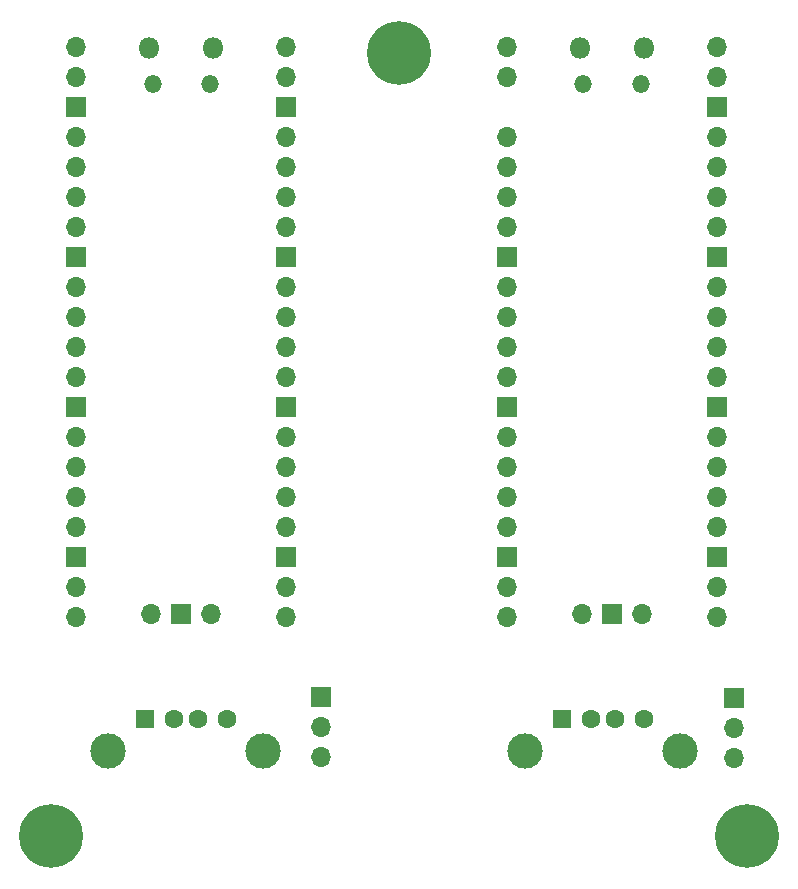
<source format=gbr>
%TF.GenerationSoftware,KiCad,Pcbnew,7.0.9*%
%TF.CreationDate,2024-01-30T21:05:40+01:00*%
%TF.ProjectId,DeskHop_Rev1,4465736b-486f-4705-9f52-6576312e6b69,rev?*%
%TF.SameCoordinates,Original*%
%TF.FileFunction,Soldermask,Bot*%
%TF.FilePolarity,Negative*%
%FSLAX46Y46*%
G04 Gerber Fmt 4.6, Leading zero omitted, Abs format (unit mm)*
G04 Created by KiCad (PCBNEW 7.0.9) date 2024-01-30 21:05:40*
%MOMM*%
%LPD*%
G01*
G04 APERTURE LIST*
%ADD10O,1.800000X1.800000*%
%ADD11O,1.500000X1.500000*%
%ADD12O,1.700000X1.700000*%
%ADD13R,1.700000X1.700000*%
%ADD14R,1.600000X1.500000*%
%ADD15C,1.600000*%
%ADD16C,3.000000*%
%ADD17C,3.100000*%
%ADD18C,5.400000*%
G04 APERTURE END LIST*
D10*
%TO.C,U1*%
X82619000Y-44834000D03*
D11*
X82919000Y-47864000D03*
X87769000Y-47864000D03*
D10*
X88069000Y-44834000D03*
D12*
X76454000Y-44704000D03*
X76454000Y-47244000D03*
X76454000Y-52324000D03*
X76454000Y-54864000D03*
X76454000Y-57404000D03*
X76454000Y-59944000D03*
D13*
X76454000Y-62484000D03*
D12*
X76454000Y-65024000D03*
X76454000Y-67564000D03*
X76454000Y-70104000D03*
X76454000Y-72644000D03*
D13*
X76454000Y-75184000D03*
D12*
X76454000Y-77724000D03*
X76454000Y-80264000D03*
X76454000Y-82804000D03*
X76454000Y-85344000D03*
D13*
X76454000Y-87884000D03*
D12*
X76454000Y-90424000D03*
X76454000Y-92964000D03*
X94234000Y-92964000D03*
X94234000Y-90424000D03*
D13*
X94234000Y-87884000D03*
D12*
X94234000Y-85344000D03*
X94234000Y-82804000D03*
X94234000Y-80264000D03*
X94234000Y-77724000D03*
D13*
X94234000Y-75184000D03*
D12*
X94234000Y-72644000D03*
X94234000Y-70104000D03*
X94234000Y-67564000D03*
X94234000Y-65024000D03*
D13*
X94234000Y-62484000D03*
D12*
X94234000Y-59944000D03*
X94234000Y-57404000D03*
X94234000Y-54864000D03*
X94234000Y-52324000D03*
D13*
X94234000Y-49784000D03*
D12*
X94234000Y-47244000D03*
X94234000Y-44704000D03*
X82804000Y-92734000D03*
D13*
X85344000Y-92734000D03*
D12*
X87884000Y-92734000D03*
%TD*%
D10*
%TO.C,U2*%
X46160523Y-44818249D03*
D11*
X46460523Y-47848249D03*
X51310523Y-47848249D03*
D10*
X51610523Y-44818249D03*
D12*
X39995523Y-44688249D03*
X39995523Y-47228249D03*
D13*
X39995523Y-49768249D03*
D12*
X39995523Y-52308249D03*
X39995523Y-54848249D03*
X39995523Y-57388249D03*
X39995523Y-59928249D03*
D13*
X39995523Y-62468249D03*
D12*
X39995523Y-65008249D03*
X39995523Y-67548249D03*
X39995523Y-70088249D03*
X39995523Y-72628249D03*
D13*
X39995523Y-75168249D03*
D12*
X39995523Y-77708249D03*
X39995523Y-80248249D03*
X39995523Y-82788249D03*
X39995523Y-85328249D03*
D13*
X39995523Y-87868249D03*
D12*
X39995523Y-90408249D03*
X39995523Y-92948249D03*
X57775523Y-92948249D03*
X57775523Y-90408249D03*
D13*
X57775523Y-87868249D03*
D12*
X57775523Y-85328249D03*
X57775523Y-82788249D03*
X57775523Y-80248249D03*
X57775523Y-77708249D03*
D13*
X57775523Y-75168249D03*
D12*
X57775523Y-72628249D03*
X57775523Y-70088249D03*
X57775523Y-67548249D03*
X57775523Y-65008249D03*
D13*
X57775523Y-62468249D03*
D12*
X57775523Y-59928249D03*
X57775523Y-57388249D03*
X57775523Y-54848249D03*
X57775523Y-52308249D03*
D13*
X57775523Y-49768249D03*
D12*
X57775523Y-47228249D03*
X57775523Y-44688249D03*
X46345523Y-92718249D03*
D13*
X48885523Y-92718249D03*
D12*
X51425523Y-92718249D03*
%TD*%
D14*
%TO.C,J4*%
X45776000Y-101574000D03*
D15*
X48276000Y-101574000D03*
X50276000Y-101574000D03*
X52776000Y-101574000D03*
D16*
X42706000Y-104284000D03*
X55846000Y-104284000D03*
%TD*%
D13*
%TO.C,J3*%
X95667537Y-99795757D03*
D12*
X95667537Y-102335757D03*
X95667537Y-104875757D03*
%TD*%
D17*
%TO.C,H2*%
X96774000Y-111506000D03*
D18*
X96774000Y-111506000D03*
%TD*%
D14*
%TO.C,J1*%
X81082000Y-101574000D03*
D15*
X83582000Y-101574000D03*
X85582000Y-101574000D03*
X88082000Y-101574000D03*
D16*
X78012000Y-104284000D03*
X91152000Y-104284000D03*
%TD*%
D17*
%TO.C,H1*%
X37846000Y-111506000D03*
D18*
X37846000Y-111506000D03*
%TD*%
D13*
%TO.C,J2*%
X60731042Y-99717876D03*
D12*
X60731042Y-102257876D03*
X60731042Y-104797876D03*
%TD*%
D17*
%TO.C,H3*%
X67315520Y-45178990D03*
D18*
X67315520Y-45178990D03*
%TD*%
M02*

</source>
